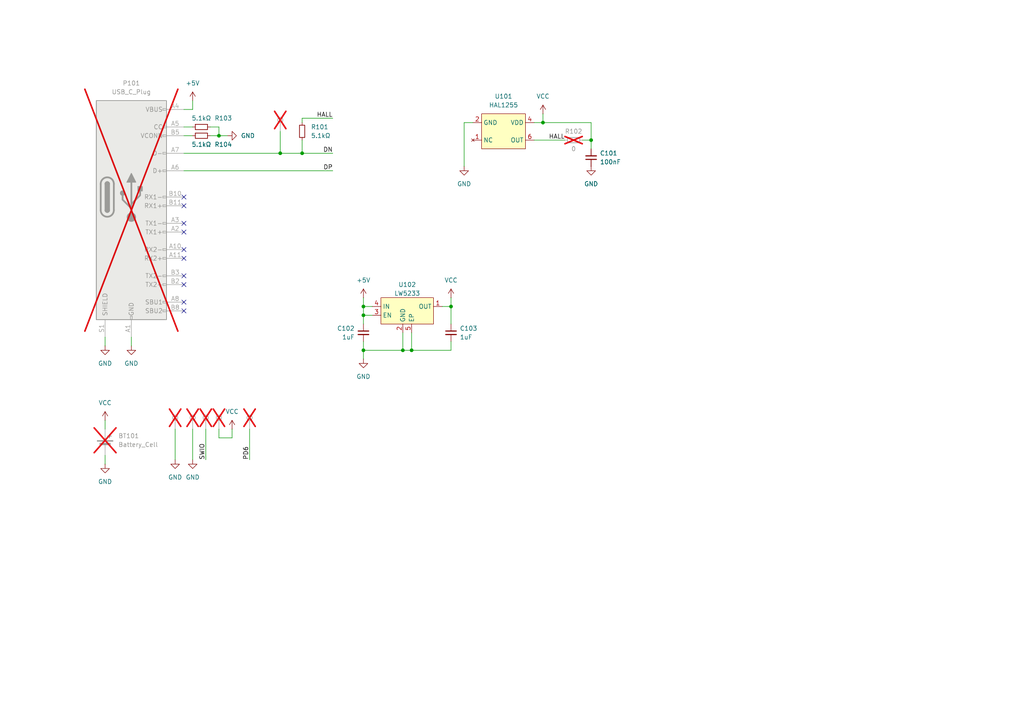
<source format=kicad_sch>
(kicad_sch (version 20231120) (generator "eeschema") (generator_version "8.0")
  (paper "A4")
  (lib_symbols
    (symbol "Connector:TestPoint" (pin_numbers hide) (pin_names (offset 0.762) hide)
      (property "Reference" "TP" (at 0 6.858 0))
      (property "Value" "TestPoint" (at 0 5.08 0))
      (symbol "TestPoint_0_1"
        (circle (center 0 3.302) (radius 0.762))
      )
      (symbol "TestPoint_1_1"
        (pin passive line (at 0 0 90) (length 2.54) (name "1") (number "1"))
      )
    )
    (symbol "Connector:USB_C_Plug" (pin_names (offset 1.016))
      (property "Reference" "P" (at -10.16 29.21 0))
      (property "Value" "USB_C_Plug" (at 10.16 29.21 0))
      (symbol "USB_C_Plug_0_0"
        (rectangle (start -0.254 -35.56) (end 0.254 -34.544))
        (rectangle (start 10.16 -32.766) (end 9.144 -33.274))
        (rectangle (start 10.16 -30.226) (end 9.144 -30.734))
        (rectangle (start 10.16 -25.146) (end 9.144 -25.654))
        (rectangle (start 10.16 -22.606) (end 9.144 -23.114))
        (rectangle (start 10.16 -17.526) (end 9.144 -18.034))
        (rectangle (start 10.16 -14.986) (end 9.144 -15.494))
        (rectangle (start 10.16 -9.906) (end 9.144 -10.414))
        (rectangle (start 10.16 -7.366) (end 9.144 -7.874))
        (rectangle (start 10.16 -2.286) (end 9.144 -2.794))
        (rectangle (start 10.16 0.254) (end 9.144 -0.254))
        (rectangle (start 10.16 7.874) (end 9.144 7.366))
        (rectangle (start 10.16 12.954) (end 9.144 12.446))
        (rectangle (start 10.16 18.034) (end 9.144 17.526))
        (rectangle (start 10.16 20.574) (end 9.144 20.066))
        (rectangle (start 10.16 25.654) (end 9.144 25.146))
      )
      (symbol "USB_C_Plug_0_1"
        (rectangle (start -10.16 27.94) (end 10.16 -35.56) (stroke (width 0.254)) (fill (type background)))
        (arc (start -8.89 -3.81) (mid -6.985 -5.7067) (end -5.08 -3.81) (stroke (width 0.508)))
        (arc (start -7.62 -3.81) (mid -6.985 -4.4423) (end -6.35 -3.81) (stroke (width 0.254)))
        (arc (start -7.62 -3.81) (mid -6.985 -4.4423) (end -6.35 -3.81) (stroke (width 0.254)) (fill (type outline)))
        (rectangle (start -7.62 -3.81) (end -6.35 3.81) (stroke (width 0.254)) (fill (type outline)))
        (arc (start -6.35 3.81) (mid -6.985 4.4423) (end -7.62 3.81) (stroke (width 0.254)))
        (arc (start -6.35 3.81) (mid -6.985 4.4423) (end -7.62 3.81) (stroke (width 0.254)) (fill (type outline)))
        (arc (start -5.08 3.81) (mid -6.985 5.7067) (end -8.89 3.81) (stroke (width 0.508)))
        (polyline (pts (xy -8.89 -3.81) (xy -8.89 3.81)) (stroke (width 0.508)))
        (polyline (pts (xy -5.08 3.81) (xy -5.08 -3.81)) (stroke (width 0.508)))
      )
      (symbol "USB_C_Plug_1_1"
        (circle (center -2.54 1.143) (radius 0.635) (stroke (width 0.254)) (fill (type outline)))
        (circle (center 0 -5.842) (radius 1.27) (fill (type outline)))
        (polyline (pts (xy 0 -5.842) (xy 0 4.318)) (stroke (width 0.508)))
        (polyline (pts (xy 0 -3.302) (xy -2.54 -0.762) (xy -2.54 0.508)) (stroke (width 0.508)))
        (polyline (pts (xy 0 -2.032) (xy 2.54 0.508) (xy 2.54 1.778)) (stroke (width 0.508)))
        (polyline (pts (xy -1.27 4.318) (xy 0 6.858) (xy 1.27 4.318) (xy -1.27 4.318)) (stroke (width 0.254)) (fill (type outline)))
        (rectangle (start 1.905 1.778) (end 3.175 3.048) (stroke (width 0.254)) (fill (type outline)))
        (pin passive line (at 0 -40.64 90) (length 5.08) (name "GND") (number "A1"))
        (pin bidirectional line (at 15.24 -15.24 180) (length 5.08) (name "RX2-") (number "A10"))
        (pin bidirectional line (at 15.24 -17.78 180) (length 5.08) (name "RX2+") (number "A11"))
        (pin passive line (at 0 -40.64 90) (length 5.08) hide (name "GND") (number "A12"))
        (pin bidirectional line (at 15.24 -10.16 180) (length 5.08) (name "TX1+") (number "A2"))
        (pin bidirectional line (at 15.24 -7.62 180) (length 5.08) (name "TX1-") (number "A3"))
        (pin passive line (at 15.24 25.4 180) (length 5.08) (name "VBUS") (number "A4"))
        (pin bidirectional line (at 15.24 20.32 180) (length 5.08) (name "CC") (number "A5"))
        (pin bidirectional line (at 15.24 7.62 180) (length 5.08) (name "D+") (number "A6"))
        (pin bidirectional line (at 15.24 12.7 180) (length 5.08) (name "D-") (number "A7"))
        (pin bidirectional line (at 15.24 -30.48 180) (length 5.08) (name "SBU1") (number "A8"))
        (pin passive line (at 15.24 25.4 180) (length 5.08) hide (name "VBUS") (number "A9"))
        (pin passive line (at 0 -40.64 90) (length 5.08) hide (name "GND") (number "B1"))
        (pin bidirectional line (at 15.24 0 180) (length 5.08) (name "RX1-") (number "B10"))
        (pin bidirectional line (at 15.24 -2.54 180) (length 5.08) (name "RX1+") (number "B11"))
        (pin passive line (at 0 -40.64 90) (length 5.08) hide (name "GND") (number "B12"))
        (pin bidirectional line (at 15.24 -25.4 180) (length 5.08) (name "TX2+") (number "B2"))
        (pin bidirectional line (at 15.24 -22.86 180) (length 5.08) (name "TX2-") (number "B3"))
        (pin passive line (at 15.24 25.4 180) (length 5.08) hide (name "VBUS") (number "B4"))
        (pin bidirectional line (at 15.24 17.78 180) (length 5.08) (name "VCONN") (number "B5"))
        (pin bidirectional line (at 15.24 -33.02 180) (length 5.08) (name "SBU2") (number "B8"))
        (pin passive line (at 15.24 25.4 180) (length 5.08) hide (name "VBUS") (number "B9"))
        (pin passive line (at -7.62 -40.64 90) (length 5.08) (name "SHIELD") (number "S1"))
      )
    )
    (symbol "Device:Battery_Cell" (pin_numbers hide) (pin_names (offset 0) hide)
      (property "Reference" "BT" (at 2.54 2.54 0))
      (property "Value" "Battery_Cell" (at 2.54 0 0))
      (symbol "Battery_Cell_0_1"
        (rectangle (start -2.286 1.778) (end 2.286 1.524) (fill (type outline)))
        (rectangle (start -1.524 1.016) (end 1.524 0.508) (fill (type outline)))
        (polyline (pts (xy 0 0.762) (xy 0 0)))
        (polyline (pts (xy 0 1.778) (xy 0 2.54)))
        (polyline (pts (xy 0.762 3.048) (xy 1.778 3.048)) (stroke (width 0.254)))
        (polyline (pts (xy 1.27 3.556) (xy 1.27 2.54)) (stroke (width 0.254)))
      )
      (symbol "Battery_Cell_1_1"
        (pin passive line (at 0 5.08 270) (length 2.54) (name "+") (number "1"))
        (pin passive line (at 0 -2.54 90) (length 2.54) (name "-") (number "2"))
      )
    )
    (symbol "Device:C_Small" (pin_numbers hide) (pin_names (offset 0.254) hide)
      (property "Reference" "C" (at 0.254 1.778 0))
      (property "Value" "C_Small" (at 0.254 -2.032 0))
      (symbol "C_Small_0_1"
        (polyline (pts (xy -1.524 -0.508) (xy 1.524 -0.508)) (stroke (width 0.3302)))
        (polyline (pts (xy -1.524 0.508) (xy 1.524 0.508)) (stroke (width 0.3048)))
      )
      (symbol "C_Small_1_1"
        (pin passive line (at 0 2.54 270) (length 2.032) (name "~") (number "1"))
        (pin passive line (at 0 -2.54 90) (length 2.032) (name "~") (number "2"))
      )
    )
    (symbol "Device:R_Small" (pin_numbers hide) (pin_names (offset 0.254) hide)
      (property "Reference" "R" (at 0.762 0.508 0))
      (property "Value" "R_Small" (at 0.762 -1.016 0))
      (symbol "R_Small_0_1"
        (rectangle (start -0.762 1.778) (end 0.762 -1.778) (stroke (width 0.2032)))
      )
      (symbol "R_Small_1_1"
        (pin passive line (at 0 2.54 270) (length 0.762) (name "~") (number "1"))
        (pin passive line (at 0 -2.54 90) (length 0.762) (name "~") (number "2"))
      )
    )
    (symbol "custom:HAL1255x"
      (property "Reference" "U" (at 0 6.985 0))
      (property "Value" "HAL1255" (at 0 0 0))
      (symbol "HAL1255x_1_1"
        (rectangle (start -6.35 5.08) (end 6.35 -5.08) (fill (type background)))
        (pin no_connect line (at -8.89 -2.54 0) (length 2.54) (name "NC") (number "1"))
        (pin power_in line (at -8.89 2.54 0) (length 2.54) (name "GND") (number "2"))
        (pin power_in line (at 8.89 2.54 180) (length 2.54) (name "VDD") (number "4"))
        (pin output line (at 8.89 -2.54 180) (length 2.54) (name "OUT") (number "6"))
      )
    )
    (symbol "custom:LW5233"
      (property "Reference" "U" (at 0 1.27 0))
      (property "Value" "LW5233" (at 0 0 0))
      (symbol "LW5233_1_1"
        (rectangle (start -7.62 0) (end 7.62 -7.62) (fill (type background)))
        (pin power_out line (at 10.16 -2.54 180) (length 2.54) (name "OUT") (number "1"))
        (pin passive line (at -1.27 -10.16 90) (length 2.54) (name "GND") (number "2"))
        (pin input line (at -10.16 -5.08 0) (length 2.54) (name "EN") (number "3"))
        (pin power_in line (at -10.16 -2.54 0) (length 2.54) (name "IN") (number "4"))
        (pin passive line (at 1.27 -10.16 90) (length 2.54) (name "EP") (number "5"))
      )
    )
    (symbol "power:+5V" (power) (pin_numbers hide) (pin_names (offset 0) hide)
      (property "Value" "+5V" (at 0 3.556 0))
      (symbol "+5V_0_1"
        (polyline (pts (xy -0.762 1.27) (xy 0 2.54)))
        (polyline (pts (xy 0 0) (xy 0 2.54)))
        (polyline (pts (xy 0 2.54) (xy 0.762 1.27)))
      )
      (symbol "+5V_1_1"
        (pin power_in line (at 0 0 90) (length 0) (name "~") (number "1"))
      )
    )
    (symbol "power:GND" (power) (pin_numbers hide) (pin_names (offset 0) hide)
      (property "Value" "GND" (at 0 -3.81 0))
      (symbol "GND_0_1"
        (polyline (pts (xy 0 0) (xy 0 -1.27) (xy 1.27 -1.27) (xy 0 -2.54) (xy -1.27 -1.27) (xy 0 -1.27)))
      )
      (symbol "GND_1_1"
        (pin power_in line (at 0 0 270) (length 0) (name "~") (number "1"))
      )
    )
    (symbol "power:VCC" (power) (pin_numbers hide) (pin_names (offset 0) hide)
      (property "Value" "VCC" (at 0 3.556 0))
      (symbol "VCC_0_1"
        (polyline (pts (xy -0.762 1.27) (xy 0 2.54)))
        (polyline (pts (xy 0 0) (xy 0 2.54)))
        (polyline (pts (xy 0 2.54) (xy 0.762 1.27)))
      )
      (symbol "VCC_1_1"
        (pin power_in line (at 0 0 90) (length 0) (name "~") (number "1"))
      )
    )
  )
  (junction (at 105.41 91.44))
  (junction (at 157.48 35.56))
  (junction (at 105.41 88.9))
  (junction (at 116.84 101.6))
  (junction (at 171.45 40.64))
  (junction (at 81.28 44.45))
  (junction (at 87.63 44.45))
  (junction (at 130.81 88.9))
  (junction (at 119.38 101.6))
  (junction (at 105.41 101.6))
  (junction (at 63.5 39.37))
  (no_connect (at 53.34 80.01))
  (no_connect (at 53.34 67.31))
  (no_connect (at 53.34 82.55))
  (no_connect (at 53.34 57.15))
  (no_connect (at 53.34 59.69))
  (no_connect (at 53.34 64.77))
  (no_connect (at 53.34 87.63))
  (no_connect (at 53.34 72.39))
  (no_connect (at 53.34 90.17))
  (no_connect (at 53.34 74.93))
  (wire (pts (xy 134.62 48.26) (xy 134.62 35.56)))
  (wire (pts (xy 63.5 39.37) (xy 60.96 39.37)))
  (wire (pts (xy 105.41 88.9) (xy 105.41 91.44)))
  (wire (pts (xy 53.34 49.53) (xy 96.52 49.53)))
  (wire (pts (xy 38.1 97.79) (xy 38.1 100.33)))
  (wire (pts (xy 60.96 36.83) (xy 63.5 36.83)))
  (wire (pts (xy 67.31 124.46) (xy 67.31 127)))
  (wire (pts (xy 55.88 29.21) (xy 55.88 31.75)))
  (wire (pts (xy 53.34 31.75) (xy 55.88 31.75)))
  (wire (pts (xy 30.48 97.79) (xy 30.48 100.33)))
  (wire (pts (xy 72.39 124.46) (xy 72.39 133.35)))
  (wire (pts (xy 171.45 35.56) (xy 171.45 40.64)))
  (wire (pts (xy 87.63 35.56) (xy 87.63 34.29)))
  (wire (pts (xy 128.27 88.9) (xy 130.81 88.9)))
  (wire (pts (xy 119.38 96.52) (xy 119.38 101.6)))
  (wire (pts (xy 105.41 91.44) (xy 107.95 91.44)))
  (wire (pts (xy 105.41 86.36) (xy 105.41 88.9)))
  (wire (pts (xy 119.38 101.6) (xy 130.81 101.6)))
  (wire (pts (xy 154.94 35.56) (xy 157.48 35.56)))
  (wire (pts (xy 81.28 38.1) (xy 81.28 44.45)))
  (wire (pts (xy 168.91 40.64) (xy 171.45 40.64)))
  (wire (pts (xy 105.41 91.44) (xy 105.41 93.98)))
  (wire (pts (xy 53.34 44.45) (xy 81.28 44.45)))
  (wire (pts (xy 130.81 99.06) (xy 130.81 101.6)))
  (wire (pts (xy 63.5 127) (xy 67.31 127)))
  (wire (pts (xy 157.48 33.02) (xy 157.48 35.56)))
  (wire (pts (xy 55.88 124.46) (xy 55.88 133.35)))
  (wire (pts (xy 154.94 40.64) (xy 163.83 40.64)))
  (wire (pts (xy 87.63 34.29) (xy 96.52 34.29)))
  (wire (pts (xy 81.28 44.45) (xy 87.63 44.45)))
  (wire (pts (xy 87.63 40.64) (xy 87.63 44.45)))
  (wire (pts (xy 105.41 101.6) (xy 116.84 101.6)))
  (wire (pts (xy 105.41 99.06) (xy 105.41 101.6)))
  (wire (pts (xy 63.5 39.37) (xy 66.04 39.37)))
  (wire (pts (xy 134.62 35.56) (xy 137.16 35.56)))
  (wire (pts (xy 116.84 101.6) (xy 119.38 101.6)))
  (wire (pts (xy 157.48 35.56) (xy 171.45 35.56)))
  (wire (pts (xy 116.84 96.52) (xy 116.84 101.6)))
  (wire (pts (xy 105.41 88.9) (xy 107.95 88.9)))
  (wire (pts (xy 30.48 121.92) (xy 30.48 124.46)))
  (wire (pts (xy 130.81 88.9) (xy 130.81 93.98)))
  (wire (pts (xy 87.63 44.45) (xy 96.52 44.45)))
  (wire (pts (xy 63.5 127) (xy 63.5 124.46)))
  (wire (pts (xy 53.34 39.37) (xy 55.88 39.37)))
  (wire (pts (xy 53.34 36.83) (xy 55.88 36.83)))
  (wire (pts (xy 171.45 40.64) (xy 171.45 43.18)))
  (wire (pts (xy 50.8 124.46) (xy 50.8 133.35)))
  (wire (pts (xy 63.5 36.83) (xy 63.5 39.37)))
  (wire (pts (xy 130.81 86.36) (xy 130.81 88.9)))
  (wire (pts (xy 105.41 101.6) (xy 105.41 104.14)))
  (wire (pts (xy 59.69 124.46) (xy 59.69 133.35)))
  (wire (pts (xy 30.48 132.08) (xy 30.48 134.62)))
  (label "HALL" (at 163.83 40.64 180))
  (label "DP" (at 96.52 49.53 180))
  (label "DN" (at 96.52 44.45 180))
  (label "HALL" (at 96.52 34.29 180))
  (label "PD6" (at 72.39 133.35 90))
  (label "SWIO" (at 59.69 133.35 90))
  (symbol (lib_id "power:VCC") (at 30.48 121.92 0) (unit 1)
    (property "Reference" "#PWR0102" (effects (hide yes)))
    (property "Value" "VCC" (at 30.48 116.84 0))
    (property "Description" "Power symbol creates a global label with name \"VCC\"" (effects (hide yes)))
  )
  (symbol (lib_id "Connector:TestPoint") (at 50.8 124.46 0) (unit 1) (dnp yes)
    (property "Reference" "TP105" (effects (hide yes)))
    (property "Value" "TestPoint" (effects (hide yes)))
    (property "Footprint" "TestPoint:TestPoint_Pad_D1.0mm" (effects (hide yes)))
    (property "Description" "test point" (effects (hide yes)))
  )
  (symbol (lib_id "Connector:USB_C_Plug") (at 38.1 57.15 0) (unit 1) (dnp yes)
    (property "Reference" "P101" (at 38.1 24.13 0))
    (property "Value" "USB_C_Plug" (at 38.1 26.67 0))
    (property "Footprint" "olelib:USB_C_PADDLE" (effects (hide yes)))
    (property "Datasheet" "https://www.usb.org/sites/default/files/documents/usb_type-c.zip" (effects (hide yes)))
    (property "Description" "USB Type-C Plug connector" (effects (hide yes)))
  )
  (symbol (lib_id "power:GND") (at 105.41 104.14 0) (unit 1)
    (property "Reference" "#PWR0114" (effects (hide yes)))
    (property "Value" "GND" (at 105.41 109.22 0))
    (property "Description" "Power symbol creates a global label with name \"GND\" , ground" (effects (hide yes)))
  )
  (symbol (lib_id "Device:R_Small") (at 58.42 39.37 90) (mirror x) (unit 1)
    (property "Reference" "R104" (at 64.77 41.91 90))
    (property "Value" "5.1kΩ" (at 58.42 41.91 90))
    (property "Footprint" "Resistor_SMD:R_0402_1005Metric" (effects (hide yes)))
    (property "Description" "Resistor, small symbol" (effects (hide yes)))
    (property "LCSC" "C25905" (effects (hide yes)))
  )
  (symbol (lib_id "power:+5V") (at 55.88 29.21 0) (unit 1)
    (property "Reference" "#PWR0112" (effects (hide yes)))
    (property "Value" "+5V" (at 55.88 24.13 0))
    (property "Description" "Power symbol creates a global label with name \"+5V\"" (effects (hide yes)))
  )
  (symbol (lib_id "power:GND") (at 38.1 100.33 0) (unit 1)
    (property "Reference" "#PWR0105" (effects (hide yes)))
    (property "Value" "GND" (at 38.1 105.41 0))
    (property "Description" "Power symbol creates a global label with name \"GND\" , ground" (effects (hide yes)))
  )
  (symbol (lib_id "Connector:TestPoint") (at 59.69 124.46 0) (unit 1) (dnp yes)
    (property "Reference" "TP101" (effects (hide yes)))
    (property "Value" "TestPoint" (effects (hide yes)))
    (property "Footprint" "TestPoint:TestPoint_Pad_D1.0mm" (effects (hide yes)))
    (property "Description" "test point" (effects (hide yes)))
  )
  (symbol (lib_id "power:VCC") (at 157.48 33.02 0) (unit 1)
    (property "Reference" "#PWR0108" (effects (hide yes)))
    (property "Value" "VCC" (at 157.48 27.94 0))
    (property "Description" "Power symbol creates a global label with name \"VCC\"" (effects (hide yes)))
  )
  (symbol (lib_id "Device:R_Small") (at 166.37 40.64 90) (unit 1) (dnp yes)
    (property "Reference" "R102" (at 166.37 38.1 90))
    (property "Value" "0" (at 166.37 43.18 90))
    (property "Footprint" "Resistor_SMD:R_0402_1005Metric" (effects (hide yes)))
    (property "Description" "Resistor, small symbol" (effects (hide yes)))
  )
  (symbol (lib_id "power:GND") (at 55.88 133.35 0) (unit 1)
    (property "Reference" "#PWR0103" (effects (hide yes)))
    (property "Value" "GND" (at 55.88 138.43 0))
    (property "Description" "Power symbol creates a global label with name \"GND\" , ground" (effects (hide yes)))
  )
  (symbol (lib_id "Connector:TestPoint") (at 55.88 124.46 0) (unit 1) (dnp yes)
    (property "Reference" "TP103" (effects (hide yes)))
    (property "Value" "TestPoint" (effects (hide yes)))
    (property "Footprint" "TestPoint:TestPoint_Pad_D1.0mm" (effects (hide yes)))
    (property "Description" "test point" (effects (hide yes)))
  )
  (symbol (lib_id "Device:C_Small") (at 171.45 45.72 180) (unit 1)
    (property "Reference" "C101" (at 173.99 44.4435 0) (effects (justify right)))
    (property "Value" "100nF" (at 173.99 46.9835 0) (effects (justify right)))
    (property "Footprint" "Capacitor_SMD:C_0402_1005Metric" (effects (hide yes)))
    (property "Description" "Unpolarized capacitor, small symbol" (effects (hide yes)))
    (property "LCSC" "C1525" (effects (hide yes)))
  )
  (symbol (lib_id "power:GND") (at 134.62 48.26 0) (unit 1)
    (property "Reference" "#PWR0107" (effects (hide yes)))
    (property "Value" "GND" (at 134.62 53.34 0))
    (property "Description" "Power symbol creates a global label with name \"GND\" , ground" (effects (hide yes)))
  )
  (symbol (lib_id "power:VCC") (at 67.31 124.46 0) (unit 1)
    (property "Reference" "#PWR0104" (effects (hide yes)))
    (property "Value" "VCC" (at 67.31 119.38 0))
    (property "Description" "Power symbol creates a global label with name \"VCC\"" (effects (hide yes)))
  )
  (symbol (lib_id "Connector:TestPoint") (at 63.5 124.46 0) (unit 1) (dnp yes)
    (property "Reference" "TP102" (effects (hide yes)))
    (property "Value" "TestPoint" (effects (hide yes)))
    (property "Footprint" "TestPoint:TestPoint_Pad_D1.0mm" (effects (hide yes)))
    (property "Description" "test point" (effects (hide yes)))
  )
  (symbol (lib_id "Device:R_Small") (at 58.42 36.83 90) (unit 1)
    (property "Reference" "R103" (at 64.77 34.29 90))
    (property "Value" "5.1kΩ" (at 58.42 34.29 90))
    (property "Footprint" "Resistor_SMD:R_0402_1005Metric" (effects (hide yes)))
    (property "Description" "Resistor, small symbol" (effects (hide yes)))
    (property "LCSC" "C25905" (effects (hide yes)))
  )
  (symbol (lib_id "Device:R_Small") (at 87.63 38.1 0) (unit 1)
    (property "Reference" "R101" (at 90.17 36.8299 0) (effects (justify left)))
    (property "Value" "5.1kΩ" (at 90.17 39.3699 0) (effects (justify left)))
    (property "Footprint" "Resistor_SMD:R_0402_1005Metric" (effects (hide yes)))
    (property "Description" "Resistor, small symbol" (effects (hide yes)))
    (property "LCSC" "C25905" (effects (hide yes)))
  )
  (symbol (lib_id "power:GND") (at 50.8 133.35 0) (unit 1)
    (property "Reference" "#PWR0111" (effects (hide yes)))
    (property "Value" "GND" (at 50.8 138.43 0))
    (property "Description" "Power symbol creates a global label with name \"GND\" , ground" (effects (hide yes)))
  )
  (symbol (lib_id "Device:C_Small") (at 130.81 96.52 0) (mirror y) (unit 1)
    (property "Reference" "C103" (at 133.35 95.2562 0) (effects (justify right)))
    (property "Value" "1uF" (at 133.35 97.7962 0) (effects (justify right)))
    (property "Footprint" "Capacitor_SMD:C_0402_1005Metric" (effects (hide yes)))
    (property "Description" "Unpolarized capacitor, small symbol" (effects (hide yes)))
    (property "LCSC" "C52923" (effects (hide yes)))
  )
  (symbol (lib_id "custom:HAL1255x") (at 146.05 38.1 0) (unit 1)
    (property "Reference" "U101" (at 146.05 27.94 0))
    (property "Value" "HAL1255" (at 146.05 30.48 0))
    (property "Footprint" "easyeda2kicad:DFN-6_L1.6-W1.6-P0.50-BL-EP1.0" (effects (hide yes)))
    (property "LCSC" "C22466023" (effects (hide yes)))
  )
  (symbol (lib_id "power:GND") (at 30.48 134.62 0) (unit 1)
    (property "Reference" "#PWR0101" (effects (hide yes)))
    (property "Value" "GND" (at 30.48 139.7 0))
    (property "Description" "Power symbol creates a global label with name \"GND\" , ground" (effects (hide yes)))
  )
  (symbol (lib_id "power:GND") (at 171.45 48.26 0) (unit 1)
    (property "Reference" "#PWR0109" (effects (hide yes)))
    (property "Value" "GND" (at 171.45 53.34 0))
    (property "Description" "Power symbol creates a global label with name \"GND\" , ground" (effects (hide yes)))
  )
  (symbol (lib_id "Device:Battery_Cell") (at 30.48 129.54 0) (unit 1) (dnp yes)
    (property "Reference" "BT101" (at 34.29 126.4284 0) (effects (justify left)))
    (property "Value" "Battery_Cell" (at 34.29 128.9684 0) (effects (justify left)))
    (property "Footprint" "olelib:BatteryHolder_2032" (effects (hide yes)))
    (property "Description" "Single-cell battery" (effects (hide yes)))
  )
  (symbol (lib_id "power:GND") (at 30.48 100.33 0) (unit 1)
    (property "Reference" "#PWR0106" (effects (hide yes)))
    (property "Value" "GND" (at 30.48 105.41 0))
    (property "Description" "Power symbol creates a global label with name \"GND\" , ground" (effects (hide yes)))
  )
  (symbol (lib_id "Device:C_Small") (at 105.41 96.52 0) (unit 1)
    (property "Reference" "C102" (at 102.87 95.2562 0) (effects (justify right)))
    (property "Value" "1uF" (at 102.87 97.7962 0) (effects (justify right)))
    (property "Footprint" "Capacitor_SMD:C_0402_1005Metric" (effects (hide yes)))
    (property "Description" "Unpolarized capacitor, small symbol" (effects (hide yes)))
    (property "LCSC" "C52923" (effects (hide yes)))
  )
  (symbol (lib_id "custom:LW5233") (at 118.11 86.36 0) (unit 1)
    (property "Reference" "U102" (at 118.11 82.55 0))
    (property "Value" "LW5233" (at 118.11 85.09 0))
    (property "Footprint" "easyeda2kicad:DFN-4_L1.0-W1.0-P0.65-BL-EP" (effects (hide yes)))
    (property "LCSC" "C20630430" (effects (hide yes)))
  )
  (symbol (lib_id "Connector:TestPoint") (at 72.39 124.46 0) (unit 1) (dnp yes)
    (property "Reference" "TP106" (effects (hide yes)))
    (property "Value" "TestPoint" (effects (hide yes)))
    (property "Footprint" "TestPoint:TestPoint_Pad_D1.0mm" (effects (hide yes)))
    (property "Description" "test point" (effects (hide yes)))
  )
  (symbol (lib_id "Connector:TestPoint") (at 81.28 38.1 0) (mirror y) (unit 1) (dnp yes)
    (property "Reference" "TP104" (effects (hide yes)))
    (property "Value" "TestPoint" (effects (hide yes)))
    (property "Footprint" "TestPoint:TestPoint_Pad_D1.0mm" (effects (hide yes)))
    (property "Description" "test point" (effects (hide yes)))
  )
  (symbol (lib_id "power:+5V") (at 105.41 86.36 0) (unit 1)
    (property "Reference" "#PWR0113" (effects (hide yes)))
    (property "Value" "+5V" (at 105.41 81.28 0))
    (property "Description" "Power symbol creates a global label with name \"+5V\"" (effects (hide yes)))
  )
  (symbol (lib_id "power:GND") (at 66.04 39.37 90) (unit 1)
    (property "Reference" "#PWR0110" (effects (hide yes)))
    (property "Value" "GND" (at 69.85 39.3699 90) (effects (justify right)))
    (property "Description" "Power symbol creates a global label with name \"GND\" , ground" (effects (hide yes)))
  )
  (symbol (lib_id "power:VCC") (at 130.81 86.36 0) (unit 1)
    (property "Reference" "#PWR0115" (effects (hide yes)))
    (property "Value" "VCC" (at 130.81 81.28 0))
    (property "Description" "Power symbol creates a global label with name \"VCC\"" (effects (hide yes)))
  )
)
</source>
